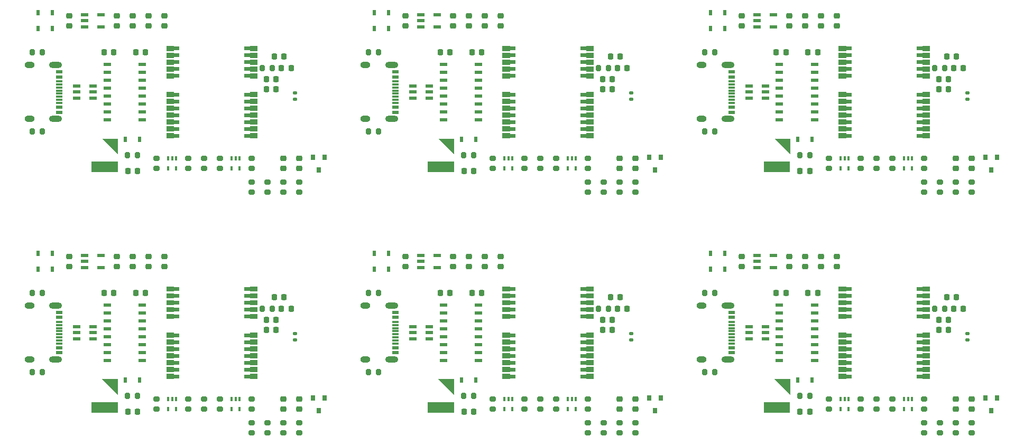
<source format=gtp>
%TF.GenerationSoftware,KiCad,Pcbnew,7.0.6*%
%TF.CreationDate,2024-01-05T19:18:27-07:00*%
%TF.ProjectId,SparkFun_NEO-F10N_panelized,53706172-6b46-4756-9e5f-4e454f2d4631,rev?*%
%TF.SameCoordinates,Original*%
%TF.FileFunction,Paste,Top*%
%TF.FilePolarity,Positive*%
%FSLAX46Y46*%
G04 Gerber Fmt 4.6, Leading zero omitted, Abs format (unit mm)*
G04 Created by KiCad (PCBNEW 7.0.6) date 2024-01-05 19:18:27*
%MOMM*%
%LPD*%
G01*
G04 APERTURE LIST*
G04 Aperture macros list*
%AMRoundRect*
0 Rectangle with rounded corners*
0 $1 Rounding radius*
0 $2 $3 $4 $5 $6 $7 $8 $9 X,Y pos of 4 corners*
0 Add a 4 corners polygon primitive as box body*
4,1,4,$2,$3,$4,$5,$6,$7,$8,$9,$2,$3,0*
0 Add four circle primitives for the rounded corners*
1,1,$1+$1,$2,$3*
1,1,$1+$1,$4,$5*
1,1,$1+$1,$6,$7*
1,1,$1+$1,$8,$9*
0 Add four rect primitives between the rounded corners*
20,1,$1+$1,$2,$3,$4,$5,0*
20,1,$1+$1,$4,$5,$6,$7,0*
20,1,$1+$1,$6,$7,$8,$9,0*
20,1,$1+$1,$8,$9,$2,$3,0*%
G04 Aperture macros list end*
%ADD10RoundRect,0.140000X0.170000X-0.140000X0.170000X0.140000X-0.170000X0.140000X-0.170000X-0.140000X0*%
%ADD11RoundRect,0.200000X-0.200000X-0.275000X0.200000X-0.275000X0.200000X0.275000X-0.200000X0.275000X0*%
%ADD12RoundRect,0.225000X-0.225000X-0.250000X0.225000X-0.250000X0.225000X0.250000X-0.225000X0.250000X0*%
%ADD13RoundRect,0.200000X-0.275000X0.200000X-0.275000X-0.200000X0.275000X-0.200000X0.275000X0.200000X0*%
%ADD14RoundRect,0.225000X0.225000X0.250000X-0.225000X0.250000X-0.225000X-0.250000X0.225000X-0.250000X0*%
%ADD15R,1.200000X0.550000*%
%ADD16RoundRect,0.225000X-0.250000X0.225000X-0.250000X-0.225000X0.250000X-0.225000X0.250000X0.225000X0*%
%ADD17R,0.300000X0.700000*%
%ADD18RoundRect,0.200000X0.200000X0.275000X-0.200000X0.275000X-0.200000X-0.275000X0.200000X-0.275000X0*%
%ADD19R,0.630000X0.830000*%
%ADD20RoundRect,0.225000X0.250000X-0.225000X0.250000X0.225000X-0.250000X0.225000X-0.250000X-0.225000X0*%
%ADD21R,1.200000X0.600000*%
%ADD22R,0.800000X0.900000*%
%ADD23RoundRect,0.200000X0.275000X-0.200000X0.275000X0.200000X-0.275000X0.200000X-0.275000X-0.200000X0*%
%ADD24RoundRect,0.218750X-0.256250X0.218750X-0.256250X-0.218750X0.256250X-0.218750X0.256250X0.218750X0*%
%ADD25R,1.000000X0.300000*%
%ADD26R,1.000000X0.600000*%
%ADD27O,1.600000X1.000000*%
%ADD28O,2.100000X1.000000*%
G04 APERTURE END LIST*
%TO.C,U3*%
G36*
X132060000Y64250000D02*
G01*
X130860000Y64250000D01*
X130860000Y65050000D01*
X132060000Y65050000D01*
X132060000Y64250000D01*
G37*
G36*
X132060000Y63150000D02*
G01*
X130860000Y63150000D01*
X130860000Y63950000D01*
X132060000Y63950000D01*
X132060000Y63150000D01*
G37*
G36*
X132060000Y62050000D02*
G01*
X130860000Y62050000D01*
X130860000Y62850000D01*
X132060000Y62850000D01*
X132060000Y62050000D01*
G37*
G36*
X132060000Y60950000D02*
G01*
X130860000Y60950000D01*
X130860000Y61750000D01*
X132060000Y61750000D01*
X132060000Y60950000D01*
G37*
G36*
X132060000Y59850000D02*
G01*
X130860000Y59850000D01*
X130860000Y60650000D01*
X132060000Y60650000D01*
X132060000Y59850000D01*
G37*
G36*
X132060000Y56850000D02*
G01*
X130860000Y56850000D01*
X130860000Y57650000D01*
X132060000Y57650000D01*
X132060000Y56850000D01*
G37*
G36*
X132060000Y55750000D02*
G01*
X130860000Y55750000D01*
X130860000Y56550000D01*
X132060000Y56550000D01*
X132060000Y55750000D01*
G37*
G36*
X132060000Y54650000D02*
G01*
X130860000Y54650000D01*
X130860000Y55450000D01*
X132060000Y55450000D01*
X132060000Y54650000D01*
G37*
G36*
X132060000Y53550000D02*
G01*
X130860000Y53550000D01*
X130860000Y54350000D01*
X132060000Y54350000D01*
X132060000Y53550000D01*
G37*
G36*
X132060000Y52450000D02*
G01*
X130860000Y52450000D01*
X130860000Y53250000D01*
X132060000Y53250000D01*
X132060000Y52450000D01*
G37*
G36*
X132060000Y51350000D02*
G01*
X130860000Y51350000D01*
X130860000Y52150000D01*
X132060000Y52150000D01*
X132060000Y51350000D01*
G37*
G36*
X132060000Y50250000D02*
G01*
X130860000Y50250000D01*
X130860000Y51050000D01*
X132060000Y51050000D01*
X132060000Y50250000D01*
G37*
G36*
X132960000Y64350000D02*
G01*
X132060000Y64350000D01*
X132060000Y64950000D01*
X132960000Y64950000D01*
X132960000Y64350000D01*
G37*
G36*
X132960000Y63250000D02*
G01*
X132060000Y63250000D01*
X132060000Y63850000D01*
X132960000Y63850000D01*
X132960000Y63250000D01*
G37*
G36*
X132960000Y62150000D02*
G01*
X132060000Y62150000D01*
X132060000Y62750000D01*
X132960000Y62750000D01*
X132960000Y62150000D01*
G37*
G36*
X132960000Y61050000D02*
G01*
X132060000Y61050000D01*
X132060000Y61650000D01*
X132960000Y61650000D01*
X132960000Y61050000D01*
G37*
G36*
X132960000Y59950000D02*
G01*
X132060000Y59950000D01*
X132060000Y60550000D01*
X132960000Y60550000D01*
X132960000Y59950000D01*
G37*
G36*
X132960000Y56950000D02*
G01*
X132060000Y56950000D01*
X132060000Y57550000D01*
X132960000Y57550000D01*
X132960000Y56950000D01*
G37*
G36*
X132960000Y55850000D02*
G01*
X132060000Y55850000D01*
X132060000Y56450000D01*
X132960000Y56450000D01*
X132960000Y55850000D01*
G37*
G36*
X132960000Y54750000D02*
G01*
X132060000Y54750000D01*
X132060000Y55350000D01*
X132960000Y55350000D01*
X132960000Y54750000D01*
G37*
G36*
X132960000Y53650000D02*
G01*
X132060000Y53650000D01*
X132060000Y54250000D01*
X132960000Y54250000D01*
X132960000Y53650000D01*
G37*
G36*
X132960000Y52550000D02*
G01*
X132060000Y52550000D01*
X132060000Y53150000D01*
X132960000Y53150000D01*
X132960000Y52550000D01*
G37*
G36*
X132960000Y51450000D02*
G01*
X132060000Y51450000D01*
X132060000Y52050000D01*
X132960000Y52050000D01*
X132960000Y51450000D01*
G37*
G36*
X132960000Y50350000D02*
G01*
X132060000Y50350000D01*
X132060000Y50950000D01*
X132960000Y50950000D01*
X132960000Y50350000D01*
G37*
G36*
X144260000Y64350000D02*
G01*
X143360000Y64350000D01*
X143360000Y64950000D01*
X144260000Y64950000D01*
X144260000Y64350000D01*
G37*
G36*
X144260000Y63250000D02*
G01*
X143360000Y63250000D01*
X143360000Y63850000D01*
X144260000Y63850000D01*
X144260000Y63250000D01*
G37*
G36*
X144260000Y62150000D02*
G01*
X143360000Y62150000D01*
X143360000Y62750000D01*
X144260000Y62750000D01*
X144260000Y62150000D01*
G37*
G36*
X144260000Y61050000D02*
G01*
X143360000Y61050000D01*
X143360000Y61650000D01*
X144260000Y61650000D01*
X144260000Y61050000D01*
G37*
G36*
X144260000Y59950000D02*
G01*
X143360000Y59950000D01*
X143360000Y60550000D01*
X144260000Y60550000D01*
X144260000Y59950000D01*
G37*
G36*
X144260000Y56950000D02*
G01*
X143360000Y56950000D01*
X143360000Y57550000D01*
X144260000Y57550000D01*
X144260000Y56950000D01*
G37*
G36*
X144260000Y55850000D02*
G01*
X143360000Y55850000D01*
X143360000Y56450000D01*
X144260000Y56450000D01*
X144260000Y55850000D01*
G37*
G36*
X144260000Y54750000D02*
G01*
X143360000Y54750000D01*
X143360000Y55350000D01*
X144260000Y55350000D01*
X144260000Y54750000D01*
G37*
G36*
X144260000Y53650000D02*
G01*
X143360000Y53650000D01*
X143360000Y54250000D01*
X144260000Y54250000D01*
X144260000Y53650000D01*
G37*
G36*
X144260000Y52550000D02*
G01*
X143360000Y52550000D01*
X143360000Y53150000D01*
X144260000Y53150000D01*
X144260000Y52550000D01*
G37*
G36*
X144260000Y51450000D02*
G01*
X143360000Y51450000D01*
X143360000Y52050000D01*
X144260000Y52050000D01*
X144260000Y51450000D01*
G37*
G36*
X144260000Y50350000D02*
G01*
X143360000Y50350000D01*
X143360000Y50950000D01*
X144260000Y50950000D01*
X144260000Y50350000D01*
G37*
G36*
X145460000Y64250000D02*
G01*
X144260000Y64250000D01*
X144260000Y65050000D01*
X145460000Y65050000D01*
X145460000Y64250000D01*
G37*
G36*
X145460000Y63150000D02*
G01*
X144260000Y63150000D01*
X144260000Y63950000D01*
X145460000Y63950000D01*
X145460000Y63150000D01*
G37*
G36*
X145460000Y62050000D02*
G01*
X144260000Y62050000D01*
X144260000Y62850000D01*
X145460000Y62850000D01*
X145460000Y62050000D01*
G37*
G36*
X145460000Y60950000D02*
G01*
X144260000Y60950000D01*
X144260000Y61750000D01*
X145460000Y61750000D01*
X145460000Y60950000D01*
G37*
G36*
X145460000Y59850000D02*
G01*
X144260000Y59850000D01*
X144260000Y60650000D01*
X145460000Y60650000D01*
X145460000Y59850000D01*
G37*
G36*
X145460000Y56850000D02*
G01*
X144260000Y56850000D01*
X144260000Y57650000D01*
X145460000Y57650000D01*
X145460000Y56850000D01*
G37*
G36*
X145460000Y55750000D02*
G01*
X144260000Y55750000D01*
X144260000Y56550000D01*
X145460000Y56550000D01*
X145460000Y55750000D01*
G37*
G36*
X145460000Y54650000D02*
G01*
X144260000Y54650000D01*
X144260000Y55450000D01*
X145460000Y55450000D01*
X145460000Y54650000D01*
G37*
G36*
X145460000Y53550000D02*
G01*
X144260000Y53550000D01*
X144260000Y54350000D01*
X145460000Y54350000D01*
X145460000Y53550000D01*
G37*
G36*
X145460000Y52450000D02*
G01*
X144260000Y52450000D01*
X144260000Y53250000D01*
X145460000Y53250000D01*
X145460000Y52450000D01*
G37*
G36*
X145460000Y51350000D02*
G01*
X144260000Y51350000D01*
X144260000Y52150000D01*
X145460000Y52150000D01*
X145460000Y51350000D01*
G37*
G36*
X145460000Y50250000D02*
G01*
X144260000Y50250000D01*
X144260000Y51050000D01*
X145460000Y51050000D01*
X145460000Y50250000D01*
G37*
G36*
X132060000Y25650000D02*
G01*
X130860000Y25650000D01*
X130860000Y26450000D01*
X132060000Y26450000D01*
X132060000Y25650000D01*
G37*
G36*
X132060000Y24550000D02*
G01*
X130860000Y24550000D01*
X130860000Y25350000D01*
X132060000Y25350000D01*
X132060000Y24550000D01*
G37*
G36*
X132060000Y23450000D02*
G01*
X130860000Y23450000D01*
X130860000Y24250000D01*
X132060000Y24250000D01*
X132060000Y23450000D01*
G37*
G36*
X132060000Y22350000D02*
G01*
X130860000Y22350000D01*
X130860000Y23150000D01*
X132060000Y23150000D01*
X132060000Y22350000D01*
G37*
G36*
X132060000Y21250000D02*
G01*
X130860000Y21250000D01*
X130860000Y22050000D01*
X132060000Y22050000D01*
X132060000Y21250000D01*
G37*
G36*
X132060000Y18250000D02*
G01*
X130860000Y18250000D01*
X130860000Y19050000D01*
X132060000Y19050000D01*
X132060000Y18250000D01*
G37*
G36*
X132060000Y17150000D02*
G01*
X130860000Y17150000D01*
X130860000Y17950000D01*
X132060000Y17950000D01*
X132060000Y17150000D01*
G37*
G36*
X132060000Y16050000D02*
G01*
X130860000Y16050000D01*
X130860000Y16850000D01*
X132060000Y16850000D01*
X132060000Y16050000D01*
G37*
G36*
X132060000Y14950000D02*
G01*
X130860000Y14950000D01*
X130860000Y15750000D01*
X132060000Y15750000D01*
X132060000Y14950000D01*
G37*
G36*
X132060000Y13850000D02*
G01*
X130860000Y13850000D01*
X130860000Y14650000D01*
X132060000Y14650000D01*
X132060000Y13850000D01*
G37*
G36*
X132060000Y12750000D02*
G01*
X130860000Y12750000D01*
X130860000Y13550000D01*
X132060000Y13550000D01*
X132060000Y12750000D01*
G37*
G36*
X132060000Y11650000D02*
G01*
X130860000Y11650000D01*
X130860000Y12450000D01*
X132060000Y12450000D01*
X132060000Y11650000D01*
G37*
G36*
X132960000Y25750000D02*
G01*
X132060000Y25750000D01*
X132060000Y26350000D01*
X132960000Y26350000D01*
X132960000Y25750000D01*
G37*
G36*
X132960000Y24650000D02*
G01*
X132060000Y24650000D01*
X132060000Y25250000D01*
X132960000Y25250000D01*
X132960000Y24650000D01*
G37*
G36*
X132960000Y23550000D02*
G01*
X132060000Y23550000D01*
X132060000Y24150000D01*
X132960000Y24150000D01*
X132960000Y23550000D01*
G37*
G36*
X132960000Y22450000D02*
G01*
X132060000Y22450000D01*
X132060000Y23050000D01*
X132960000Y23050000D01*
X132960000Y22450000D01*
G37*
G36*
X132960000Y21350000D02*
G01*
X132060000Y21350000D01*
X132060000Y21950000D01*
X132960000Y21950000D01*
X132960000Y21350000D01*
G37*
G36*
X132960000Y18350000D02*
G01*
X132060000Y18350000D01*
X132060000Y18950000D01*
X132960000Y18950000D01*
X132960000Y18350000D01*
G37*
G36*
X132960000Y17250000D02*
G01*
X132060000Y17250000D01*
X132060000Y17850000D01*
X132960000Y17850000D01*
X132960000Y17250000D01*
G37*
G36*
X132960000Y16150000D02*
G01*
X132060000Y16150000D01*
X132060000Y16750000D01*
X132960000Y16750000D01*
X132960000Y16150000D01*
G37*
G36*
X132960000Y15050000D02*
G01*
X132060000Y15050000D01*
X132060000Y15650000D01*
X132960000Y15650000D01*
X132960000Y15050000D01*
G37*
G36*
X132960000Y13950000D02*
G01*
X132060000Y13950000D01*
X132060000Y14550000D01*
X132960000Y14550000D01*
X132960000Y13950000D01*
G37*
G36*
X132960000Y12850000D02*
G01*
X132060000Y12850000D01*
X132060000Y13450000D01*
X132960000Y13450000D01*
X132960000Y12850000D01*
G37*
G36*
X132960000Y11750000D02*
G01*
X132060000Y11750000D01*
X132060000Y12350000D01*
X132960000Y12350000D01*
X132960000Y11750000D01*
G37*
G36*
X144260000Y25750000D02*
G01*
X143360000Y25750000D01*
X143360000Y26350000D01*
X144260000Y26350000D01*
X144260000Y25750000D01*
G37*
G36*
X144260000Y24650000D02*
G01*
X143360000Y24650000D01*
X143360000Y25250000D01*
X144260000Y25250000D01*
X144260000Y24650000D01*
G37*
G36*
X144260000Y23550000D02*
G01*
X143360000Y23550000D01*
X143360000Y24150000D01*
X144260000Y24150000D01*
X144260000Y23550000D01*
G37*
G36*
X144260000Y22450000D02*
G01*
X143360000Y22450000D01*
X143360000Y23050000D01*
X144260000Y23050000D01*
X144260000Y22450000D01*
G37*
G36*
X144260000Y21350000D02*
G01*
X143360000Y21350000D01*
X143360000Y21950000D01*
X144260000Y21950000D01*
X144260000Y21350000D01*
G37*
G36*
X144260000Y18350000D02*
G01*
X143360000Y18350000D01*
X143360000Y18950000D01*
X144260000Y18950000D01*
X144260000Y18350000D01*
G37*
G36*
X144260000Y17250000D02*
G01*
X143360000Y17250000D01*
X143360000Y17850000D01*
X144260000Y17850000D01*
X144260000Y17250000D01*
G37*
G36*
X144260000Y16150000D02*
G01*
X143360000Y16150000D01*
X143360000Y16750000D01*
X144260000Y16750000D01*
X144260000Y16150000D01*
G37*
G36*
X144260000Y15050000D02*
G01*
X143360000Y15050000D01*
X143360000Y15650000D01*
X144260000Y15650000D01*
X144260000Y15050000D01*
G37*
G36*
X144260000Y13950000D02*
G01*
X143360000Y13950000D01*
X143360000Y14550000D01*
X144260000Y14550000D01*
X144260000Y13950000D01*
G37*
G36*
X144260000Y12850000D02*
G01*
X143360000Y12850000D01*
X143360000Y13450000D01*
X144260000Y13450000D01*
X144260000Y12850000D01*
G37*
G36*
X144260000Y11750000D02*
G01*
X143360000Y11750000D01*
X143360000Y12350000D01*
X144260000Y12350000D01*
X144260000Y11750000D01*
G37*
G36*
X145460000Y25650000D02*
G01*
X144260000Y25650000D01*
X144260000Y26450000D01*
X145460000Y26450000D01*
X145460000Y25650000D01*
G37*
G36*
X145460000Y24550000D02*
G01*
X144260000Y24550000D01*
X144260000Y25350000D01*
X145460000Y25350000D01*
X145460000Y24550000D01*
G37*
G36*
X145460000Y23450000D02*
G01*
X144260000Y23450000D01*
X144260000Y24250000D01*
X145460000Y24250000D01*
X145460000Y23450000D01*
G37*
G36*
X145460000Y22350000D02*
G01*
X144260000Y22350000D01*
X144260000Y23150000D01*
X145460000Y23150000D01*
X145460000Y22350000D01*
G37*
G36*
X145460000Y21250000D02*
G01*
X144260000Y21250000D01*
X144260000Y22050000D01*
X145460000Y22050000D01*
X145460000Y21250000D01*
G37*
G36*
X145460000Y18250000D02*
G01*
X144260000Y18250000D01*
X144260000Y19050000D01*
X145460000Y19050000D01*
X145460000Y18250000D01*
G37*
G36*
X145460000Y17150000D02*
G01*
X144260000Y17150000D01*
X144260000Y17950000D01*
X145460000Y17950000D01*
X145460000Y17150000D01*
G37*
G36*
X145460000Y16050000D02*
G01*
X144260000Y16050000D01*
X144260000Y16850000D01*
X145460000Y16850000D01*
X145460000Y16050000D01*
G37*
G36*
X145460000Y14950000D02*
G01*
X144260000Y14950000D01*
X144260000Y15750000D01*
X145460000Y15750000D01*
X145460000Y14950000D01*
G37*
G36*
X145460000Y13850000D02*
G01*
X144260000Y13850000D01*
X144260000Y14650000D01*
X145460000Y14650000D01*
X145460000Y13850000D01*
G37*
G36*
X145460000Y12750000D02*
G01*
X144260000Y12750000D01*
X144260000Y13550000D01*
X145460000Y13550000D01*
X145460000Y12750000D01*
G37*
G36*
X145460000Y11650000D02*
G01*
X144260000Y11650000D01*
X144260000Y12450000D01*
X145460000Y12450000D01*
X145460000Y11650000D01*
G37*
G36*
X78220000Y64250000D02*
G01*
X77020000Y64250000D01*
X77020000Y65050000D01*
X78220000Y65050000D01*
X78220000Y64250000D01*
G37*
G36*
X78220000Y63150000D02*
G01*
X77020000Y63150000D01*
X77020000Y63950000D01*
X78220000Y63950000D01*
X78220000Y63150000D01*
G37*
G36*
X78220000Y62050000D02*
G01*
X77020000Y62050000D01*
X77020000Y62850000D01*
X78220000Y62850000D01*
X78220000Y62050000D01*
G37*
G36*
X78220000Y60950000D02*
G01*
X77020000Y60950000D01*
X77020000Y61750000D01*
X78220000Y61750000D01*
X78220000Y60950000D01*
G37*
G36*
X78220000Y59850000D02*
G01*
X77020000Y59850000D01*
X77020000Y60650000D01*
X78220000Y60650000D01*
X78220000Y59850000D01*
G37*
G36*
X78220000Y56850000D02*
G01*
X77020000Y56850000D01*
X77020000Y57650000D01*
X78220000Y57650000D01*
X78220000Y56850000D01*
G37*
G36*
X78220000Y55750000D02*
G01*
X77020000Y55750000D01*
X77020000Y56550000D01*
X78220000Y56550000D01*
X78220000Y55750000D01*
G37*
G36*
X78220000Y54650000D02*
G01*
X77020000Y54650000D01*
X77020000Y55450000D01*
X78220000Y55450000D01*
X78220000Y54650000D01*
G37*
G36*
X78220000Y53550000D02*
G01*
X77020000Y53550000D01*
X77020000Y54350000D01*
X78220000Y54350000D01*
X78220000Y53550000D01*
G37*
G36*
X78220000Y52450000D02*
G01*
X77020000Y52450000D01*
X77020000Y53250000D01*
X78220000Y53250000D01*
X78220000Y52450000D01*
G37*
G36*
X78220000Y51350000D02*
G01*
X77020000Y51350000D01*
X77020000Y52150000D01*
X78220000Y52150000D01*
X78220000Y51350000D01*
G37*
G36*
X78220000Y50250000D02*
G01*
X77020000Y50250000D01*
X77020000Y51050000D01*
X78220000Y51050000D01*
X78220000Y50250000D01*
G37*
G36*
X79120000Y64350000D02*
G01*
X78220000Y64350000D01*
X78220000Y64950000D01*
X79120000Y64950000D01*
X79120000Y64350000D01*
G37*
G36*
X79120000Y63250000D02*
G01*
X78220000Y63250000D01*
X78220000Y63850000D01*
X79120000Y63850000D01*
X79120000Y63250000D01*
G37*
G36*
X79120000Y62150000D02*
G01*
X78220000Y62150000D01*
X78220000Y62750000D01*
X79120000Y62750000D01*
X79120000Y62150000D01*
G37*
G36*
X79120000Y61050000D02*
G01*
X78220000Y61050000D01*
X78220000Y61650000D01*
X79120000Y61650000D01*
X79120000Y61050000D01*
G37*
G36*
X79120000Y59950000D02*
G01*
X78220000Y59950000D01*
X78220000Y60550000D01*
X79120000Y60550000D01*
X79120000Y59950000D01*
G37*
G36*
X79120000Y56950000D02*
G01*
X78220000Y56950000D01*
X78220000Y57550000D01*
X79120000Y57550000D01*
X79120000Y56950000D01*
G37*
G36*
X79120000Y55850000D02*
G01*
X78220000Y55850000D01*
X78220000Y56450000D01*
X79120000Y56450000D01*
X79120000Y55850000D01*
G37*
G36*
X79120000Y54750000D02*
G01*
X78220000Y54750000D01*
X78220000Y55350000D01*
X79120000Y55350000D01*
X79120000Y54750000D01*
G37*
G36*
X79120000Y53650000D02*
G01*
X78220000Y53650000D01*
X78220000Y54250000D01*
X79120000Y54250000D01*
X79120000Y53650000D01*
G37*
G36*
X79120000Y52550000D02*
G01*
X78220000Y52550000D01*
X78220000Y53150000D01*
X79120000Y53150000D01*
X79120000Y52550000D01*
G37*
G36*
X79120000Y51450000D02*
G01*
X78220000Y51450000D01*
X78220000Y52050000D01*
X79120000Y52050000D01*
X79120000Y51450000D01*
G37*
G36*
X79120000Y50350000D02*
G01*
X78220000Y50350000D01*
X78220000Y50950000D01*
X79120000Y50950000D01*
X79120000Y50350000D01*
G37*
G36*
X90420000Y64350000D02*
G01*
X89520000Y64350000D01*
X89520000Y64950000D01*
X90420000Y64950000D01*
X90420000Y64350000D01*
G37*
G36*
X90420000Y63250000D02*
G01*
X89520000Y63250000D01*
X89520000Y63850000D01*
X90420000Y63850000D01*
X90420000Y63250000D01*
G37*
G36*
X90420000Y62150000D02*
G01*
X89520000Y62150000D01*
X89520000Y62750000D01*
X90420000Y62750000D01*
X90420000Y62150000D01*
G37*
G36*
X90420000Y61050000D02*
G01*
X89520000Y61050000D01*
X89520000Y61650000D01*
X90420000Y61650000D01*
X90420000Y61050000D01*
G37*
G36*
X90420000Y59950000D02*
G01*
X89520000Y59950000D01*
X89520000Y60550000D01*
X90420000Y60550000D01*
X90420000Y59950000D01*
G37*
G36*
X90420000Y56950000D02*
G01*
X89520000Y56950000D01*
X89520000Y57550000D01*
X90420000Y57550000D01*
X90420000Y56950000D01*
G37*
G36*
X90420000Y55850000D02*
G01*
X89520000Y55850000D01*
X89520000Y56450000D01*
X90420000Y56450000D01*
X90420000Y55850000D01*
G37*
G36*
X90420000Y54750000D02*
G01*
X89520000Y54750000D01*
X89520000Y55350000D01*
X90420000Y55350000D01*
X90420000Y54750000D01*
G37*
G36*
X90420000Y53650000D02*
G01*
X89520000Y53650000D01*
X89520000Y54250000D01*
X90420000Y54250000D01*
X90420000Y53650000D01*
G37*
G36*
X90420000Y52550000D02*
G01*
X89520000Y52550000D01*
X89520000Y53150000D01*
X90420000Y53150000D01*
X90420000Y52550000D01*
G37*
G36*
X90420000Y51450000D02*
G01*
X89520000Y51450000D01*
X89520000Y52050000D01*
X90420000Y52050000D01*
X90420000Y51450000D01*
G37*
G36*
X90420000Y50350000D02*
G01*
X89520000Y50350000D01*
X89520000Y50950000D01*
X90420000Y50950000D01*
X90420000Y50350000D01*
G37*
G36*
X91620000Y64250000D02*
G01*
X90420000Y64250000D01*
X90420000Y65050000D01*
X91620000Y65050000D01*
X91620000Y64250000D01*
G37*
G36*
X91620000Y63150000D02*
G01*
X90420000Y63150000D01*
X90420000Y63950000D01*
X91620000Y63950000D01*
X91620000Y63150000D01*
G37*
G36*
X91620000Y62050000D02*
G01*
X90420000Y62050000D01*
X90420000Y62850000D01*
X91620000Y62850000D01*
X91620000Y62050000D01*
G37*
G36*
X91620000Y60950000D02*
G01*
X90420000Y60950000D01*
X90420000Y61750000D01*
X91620000Y61750000D01*
X91620000Y60950000D01*
G37*
G36*
X91620000Y59850000D02*
G01*
X90420000Y59850000D01*
X90420000Y60650000D01*
X91620000Y60650000D01*
X91620000Y59850000D01*
G37*
G36*
X91620000Y56850000D02*
G01*
X90420000Y56850000D01*
X90420000Y57650000D01*
X91620000Y57650000D01*
X91620000Y56850000D01*
G37*
G36*
X91620000Y55750000D02*
G01*
X90420000Y55750000D01*
X90420000Y56550000D01*
X91620000Y56550000D01*
X91620000Y55750000D01*
G37*
G36*
X91620000Y54650000D02*
G01*
X90420000Y54650000D01*
X90420000Y55450000D01*
X91620000Y55450000D01*
X91620000Y54650000D01*
G37*
G36*
X91620000Y53550000D02*
G01*
X90420000Y53550000D01*
X90420000Y54350000D01*
X91620000Y54350000D01*
X91620000Y53550000D01*
G37*
G36*
X91620000Y52450000D02*
G01*
X90420000Y52450000D01*
X90420000Y53250000D01*
X91620000Y53250000D01*
X91620000Y52450000D01*
G37*
G36*
X91620000Y51350000D02*
G01*
X90420000Y51350000D01*
X90420000Y52150000D01*
X91620000Y52150000D01*
X91620000Y51350000D01*
G37*
G36*
X91620000Y50250000D02*
G01*
X90420000Y50250000D01*
X90420000Y51050000D01*
X91620000Y51050000D01*
X91620000Y50250000D01*
G37*
G36*
X78220000Y25650000D02*
G01*
X77020000Y25650000D01*
X77020000Y26450000D01*
X78220000Y26450000D01*
X78220000Y25650000D01*
G37*
G36*
X78220000Y24550000D02*
G01*
X77020000Y24550000D01*
X77020000Y25350000D01*
X78220000Y25350000D01*
X78220000Y24550000D01*
G37*
G36*
X78220000Y23450000D02*
G01*
X77020000Y23450000D01*
X77020000Y24250000D01*
X78220000Y24250000D01*
X78220000Y23450000D01*
G37*
G36*
X78220000Y22350000D02*
G01*
X77020000Y22350000D01*
X77020000Y23150000D01*
X78220000Y23150000D01*
X78220000Y22350000D01*
G37*
G36*
X78220000Y21250000D02*
G01*
X77020000Y21250000D01*
X77020000Y22050000D01*
X78220000Y22050000D01*
X78220000Y21250000D01*
G37*
G36*
X78220000Y18250000D02*
G01*
X77020000Y18250000D01*
X77020000Y19050000D01*
X78220000Y19050000D01*
X78220000Y18250000D01*
G37*
G36*
X78220000Y17150000D02*
G01*
X77020000Y17150000D01*
X77020000Y17950000D01*
X78220000Y17950000D01*
X78220000Y17150000D01*
G37*
G36*
X78220000Y16050000D02*
G01*
X77020000Y16050000D01*
X77020000Y16850000D01*
X78220000Y16850000D01*
X78220000Y16050000D01*
G37*
G36*
X78220000Y14950000D02*
G01*
X77020000Y14950000D01*
X77020000Y15750000D01*
X78220000Y15750000D01*
X78220000Y14950000D01*
G37*
G36*
X78220000Y13850000D02*
G01*
X77020000Y13850000D01*
X77020000Y14650000D01*
X78220000Y14650000D01*
X78220000Y13850000D01*
G37*
G36*
X78220000Y12750000D02*
G01*
X77020000Y12750000D01*
X77020000Y13550000D01*
X78220000Y13550000D01*
X78220000Y12750000D01*
G37*
G36*
X78220000Y11650000D02*
G01*
X77020000Y11650000D01*
X77020000Y12450000D01*
X78220000Y12450000D01*
X78220000Y11650000D01*
G37*
G36*
X79120000Y25750000D02*
G01*
X78220000Y25750000D01*
X78220000Y26350000D01*
X79120000Y26350000D01*
X79120000Y25750000D01*
G37*
G36*
X79120000Y24650000D02*
G01*
X78220000Y24650000D01*
X78220000Y25250000D01*
X79120000Y25250000D01*
X79120000Y24650000D01*
G37*
G36*
X79120000Y23550000D02*
G01*
X78220000Y23550000D01*
X78220000Y24150000D01*
X79120000Y24150000D01*
X79120000Y23550000D01*
G37*
G36*
X79120000Y22450000D02*
G01*
X78220000Y22450000D01*
X78220000Y23050000D01*
X79120000Y23050000D01*
X79120000Y22450000D01*
G37*
G36*
X79120000Y21350000D02*
G01*
X78220000Y21350000D01*
X78220000Y21950000D01*
X79120000Y21950000D01*
X79120000Y21350000D01*
G37*
G36*
X79120000Y18350000D02*
G01*
X78220000Y18350000D01*
X78220000Y18950000D01*
X79120000Y18950000D01*
X79120000Y18350000D01*
G37*
G36*
X79120000Y17250000D02*
G01*
X78220000Y17250000D01*
X78220000Y17850000D01*
X79120000Y17850000D01*
X79120000Y17250000D01*
G37*
G36*
X79120000Y16150000D02*
G01*
X78220000Y16150000D01*
X78220000Y16750000D01*
X79120000Y16750000D01*
X79120000Y16150000D01*
G37*
G36*
X79120000Y15050000D02*
G01*
X78220000Y15050000D01*
X78220000Y15650000D01*
X79120000Y15650000D01*
X79120000Y15050000D01*
G37*
G36*
X79120000Y13950000D02*
G01*
X78220000Y13950000D01*
X78220000Y14550000D01*
X79120000Y14550000D01*
X79120000Y13950000D01*
G37*
G36*
X79120000Y12850000D02*
G01*
X78220000Y12850000D01*
X78220000Y13450000D01*
X79120000Y13450000D01*
X79120000Y12850000D01*
G37*
G36*
X79120000Y11750000D02*
G01*
X78220000Y11750000D01*
X78220000Y12350000D01*
X79120000Y12350000D01*
X79120000Y11750000D01*
G37*
G36*
X90420000Y25750000D02*
G01*
X89520000Y25750000D01*
X89520000Y26350000D01*
X90420000Y26350000D01*
X90420000Y25750000D01*
G37*
G36*
X90420000Y24650000D02*
G01*
X89520000Y24650000D01*
X89520000Y25250000D01*
X90420000Y25250000D01*
X90420000Y24650000D01*
G37*
G36*
X90420000Y23550000D02*
G01*
X89520000Y23550000D01*
X89520000Y24150000D01*
X90420000Y24150000D01*
X90420000Y23550000D01*
G37*
G36*
X90420000Y22450000D02*
G01*
X89520000Y22450000D01*
X89520000Y23050000D01*
X90420000Y23050000D01*
X90420000Y22450000D01*
G37*
G36*
X90420000Y21350000D02*
G01*
X89520000Y21350000D01*
X89520000Y21950000D01*
X90420000Y21950000D01*
X90420000Y21350000D01*
G37*
G36*
X90420000Y18350000D02*
G01*
X89520000Y18350000D01*
X89520000Y18950000D01*
X90420000Y18950000D01*
X90420000Y18350000D01*
G37*
G36*
X90420000Y17250000D02*
G01*
X89520000Y17250000D01*
X89520000Y17850000D01*
X90420000Y17850000D01*
X90420000Y17250000D01*
G37*
G36*
X90420000Y16150000D02*
G01*
X89520000Y16150000D01*
X89520000Y16750000D01*
X90420000Y16750000D01*
X90420000Y16150000D01*
G37*
G36*
X90420000Y15050000D02*
G01*
X89520000Y15050000D01*
X89520000Y15650000D01*
X90420000Y15650000D01*
X90420000Y15050000D01*
G37*
G36*
X90420000Y13950000D02*
G01*
X89520000Y13950000D01*
X89520000Y14550000D01*
X90420000Y14550000D01*
X90420000Y13950000D01*
G37*
G36*
X90420000Y12850000D02*
G01*
X89520000Y12850000D01*
X89520000Y13450000D01*
X90420000Y13450000D01*
X90420000Y12850000D01*
G37*
G36*
X90420000Y11750000D02*
G01*
X89520000Y11750000D01*
X89520000Y12350000D01*
X90420000Y12350000D01*
X90420000Y11750000D01*
G37*
G36*
X91620000Y25650000D02*
G01*
X90420000Y25650000D01*
X90420000Y26450000D01*
X91620000Y26450000D01*
X91620000Y25650000D01*
G37*
G36*
X91620000Y24550000D02*
G01*
X90420000Y24550000D01*
X90420000Y25350000D01*
X91620000Y25350000D01*
X91620000Y24550000D01*
G37*
G36*
X91620000Y23450000D02*
G01*
X90420000Y23450000D01*
X90420000Y24250000D01*
X91620000Y24250000D01*
X91620000Y23450000D01*
G37*
G36*
X91620000Y22350000D02*
G01*
X90420000Y22350000D01*
X90420000Y23150000D01*
X91620000Y23150000D01*
X91620000Y22350000D01*
G37*
G36*
X91620000Y21250000D02*
G01*
X90420000Y21250000D01*
X90420000Y22050000D01*
X91620000Y22050000D01*
X91620000Y21250000D01*
G37*
G36*
X91620000Y18250000D02*
G01*
X90420000Y18250000D01*
X90420000Y19050000D01*
X91620000Y19050000D01*
X91620000Y18250000D01*
G37*
G36*
X91620000Y17150000D02*
G01*
X90420000Y17150000D01*
X90420000Y17950000D01*
X91620000Y17950000D01*
X91620000Y17150000D01*
G37*
G36*
X91620000Y16050000D02*
G01*
X90420000Y16050000D01*
X90420000Y16850000D01*
X91620000Y16850000D01*
X91620000Y16050000D01*
G37*
G36*
X91620000Y14950000D02*
G01*
X90420000Y14950000D01*
X90420000Y15750000D01*
X91620000Y15750000D01*
X91620000Y14950000D01*
G37*
G36*
X91620000Y13850000D02*
G01*
X90420000Y13850000D01*
X90420000Y14650000D01*
X91620000Y14650000D01*
X91620000Y13850000D01*
G37*
G36*
X91620000Y12750000D02*
G01*
X90420000Y12750000D01*
X90420000Y13550000D01*
X91620000Y13550000D01*
X91620000Y12750000D01*
G37*
G36*
X91620000Y11650000D02*
G01*
X90420000Y11650000D01*
X90420000Y12450000D01*
X91620000Y12450000D01*
X91620000Y11650000D01*
G37*
G36*
X24380000Y64250000D02*
G01*
X23180000Y64250000D01*
X23180000Y65050000D01*
X24380000Y65050000D01*
X24380000Y64250000D01*
G37*
G36*
X24380000Y63150000D02*
G01*
X23180000Y63150000D01*
X23180000Y63950000D01*
X24380000Y63950000D01*
X24380000Y63150000D01*
G37*
G36*
X24380000Y62050000D02*
G01*
X23180000Y62050000D01*
X23180000Y62850000D01*
X24380000Y62850000D01*
X24380000Y62050000D01*
G37*
G36*
X24380000Y60950000D02*
G01*
X23180000Y60950000D01*
X23180000Y61750000D01*
X24380000Y61750000D01*
X24380000Y60950000D01*
G37*
G36*
X24380000Y59850000D02*
G01*
X23180000Y59850000D01*
X23180000Y60650000D01*
X24380000Y60650000D01*
X24380000Y59850000D01*
G37*
G36*
X24380000Y56850000D02*
G01*
X23180000Y56850000D01*
X23180000Y57650000D01*
X24380000Y57650000D01*
X24380000Y56850000D01*
G37*
G36*
X24380000Y55750000D02*
G01*
X23180000Y55750000D01*
X23180000Y56550000D01*
X24380000Y56550000D01*
X24380000Y55750000D01*
G37*
G36*
X24380000Y54650000D02*
G01*
X23180000Y54650000D01*
X23180000Y55450000D01*
X24380000Y55450000D01*
X24380000Y54650000D01*
G37*
G36*
X24380000Y53550000D02*
G01*
X23180000Y53550000D01*
X23180000Y54350000D01*
X24380000Y54350000D01*
X24380000Y53550000D01*
G37*
G36*
X24380000Y52450000D02*
G01*
X23180000Y52450000D01*
X23180000Y53250000D01*
X24380000Y53250000D01*
X24380000Y52450000D01*
G37*
G36*
X24380000Y51350000D02*
G01*
X23180000Y51350000D01*
X23180000Y52150000D01*
X24380000Y52150000D01*
X24380000Y51350000D01*
G37*
G36*
X24380000Y50250000D02*
G01*
X23180000Y50250000D01*
X23180000Y51050000D01*
X24380000Y51050000D01*
X24380000Y50250000D01*
G37*
G36*
X25280000Y64350000D02*
G01*
X24380000Y64350000D01*
X24380000Y64950000D01*
X25280000Y64950000D01*
X25280000Y64350000D01*
G37*
G36*
X25280000Y63250000D02*
G01*
X24380000Y63250000D01*
X24380000Y63850000D01*
X25280000Y63850000D01*
X25280000Y63250000D01*
G37*
G36*
X25280000Y62150000D02*
G01*
X24380000Y62150000D01*
X24380000Y62750000D01*
X25280000Y62750000D01*
X25280000Y62150000D01*
G37*
G36*
X25280000Y61050000D02*
G01*
X24380000Y61050000D01*
X24380000Y61650000D01*
X25280000Y61650000D01*
X25280000Y61050000D01*
G37*
G36*
X25280000Y59950000D02*
G01*
X24380000Y59950000D01*
X24380000Y60550000D01*
X25280000Y60550000D01*
X25280000Y59950000D01*
G37*
G36*
X25280000Y56950000D02*
G01*
X24380000Y56950000D01*
X24380000Y57550000D01*
X25280000Y57550000D01*
X25280000Y56950000D01*
G37*
G36*
X25280000Y55850000D02*
G01*
X24380000Y55850000D01*
X24380000Y56450000D01*
X25280000Y56450000D01*
X25280000Y55850000D01*
G37*
G36*
X25280000Y54750000D02*
G01*
X24380000Y54750000D01*
X24380000Y55350000D01*
X25280000Y55350000D01*
X25280000Y54750000D01*
G37*
G36*
X25280000Y53650000D02*
G01*
X24380000Y53650000D01*
X24380000Y54250000D01*
X25280000Y54250000D01*
X25280000Y53650000D01*
G37*
G36*
X25280000Y52550000D02*
G01*
X24380000Y52550000D01*
X24380000Y53150000D01*
X25280000Y53150000D01*
X25280000Y52550000D01*
G37*
G36*
X25280000Y51450000D02*
G01*
X24380000Y51450000D01*
X24380000Y52050000D01*
X25280000Y52050000D01*
X25280000Y51450000D01*
G37*
G36*
X25280000Y50350000D02*
G01*
X24380000Y50350000D01*
X24380000Y50950000D01*
X25280000Y50950000D01*
X25280000Y50350000D01*
G37*
G36*
X36580000Y64350000D02*
G01*
X35680000Y64350000D01*
X35680000Y64950000D01*
X36580000Y64950000D01*
X36580000Y64350000D01*
G37*
G36*
X36580000Y63250000D02*
G01*
X35680000Y63250000D01*
X35680000Y63850000D01*
X36580000Y63850000D01*
X36580000Y63250000D01*
G37*
G36*
X36580000Y62150000D02*
G01*
X35680000Y62150000D01*
X35680000Y62750000D01*
X36580000Y62750000D01*
X36580000Y62150000D01*
G37*
G36*
X36580000Y61050000D02*
G01*
X35680000Y61050000D01*
X35680000Y61650000D01*
X36580000Y61650000D01*
X36580000Y61050000D01*
G37*
G36*
X36580000Y59950000D02*
G01*
X35680000Y59950000D01*
X35680000Y60550000D01*
X36580000Y60550000D01*
X36580000Y59950000D01*
G37*
G36*
X36580000Y56950000D02*
G01*
X35680000Y56950000D01*
X35680000Y57550000D01*
X36580000Y57550000D01*
X36580000Y56950000D01*
G37*
G36*
X36580000Y55850000D02*
G01*
X35680000Y55850000D01*
X35680000Y56450000D01*
X36580000Y56450000D01*
X36580000Y55850000D01*
G37*
G36*
X36580000Y54750000D02*
G01*
X35680000Y54750000D01*
X35680000Y55350000D01*
X36580000Y55350000D01*
X36580000Y54750000D01*
G37*
G36*
X36580000Y53650000D02*
G01*
X35680000Y53650000D01*
X35680000Y54250000D01*
X36580000Y54250000D01*
X36580000Y53650000D01*
G37*
G36*
X36580000Y52550000D02*
G01*
X35680000Y52550000D01*
X35680000Y53150000D01*
X36580000Y53150000D01*
X36580000Y52550000D01*
G37*
G36*
X36580000Y51450000D02*
G01*
X35680000Y51450000D01*
X35680000Y52050000D01*
X36580000Y52050000D01*
X36580000Y51450000D01*
G37*
G36*
X36580000Y50350000D02*
G01*
X35680000Y50350000D01*
X35680000Y50950000D01*
X36580000Y50950000D01*
X36580000Y50350000D01*
G37*
G36*
X37780000Y64250000D02*
G01*
X36580000Y64250000D01*
X36580000Y65050000D01*
X37780000Y65050000D01*
X37780000Y64250000D01*
G37*
G36*
X37780000Y63150000D02*
G01*
X36580000Y63150000D01*
X36580000Y63950000D01*
X37780000Y63950000D01*
X37780000Y63150000D01*
G37*
G36*
X37780000Y62050000D02*
G01*
X36580000Y62050000D01*
X36580000Y62850000D01*
X37780000Y62850000D01*
X37780000Y62050000D01*
G37*
G36*
X37780000Y60950000D02*
G01*
X36580000Y60950000D01*
X36580000Y61750000D01*
X37780000Y61750000D01*
X37780000Y60950000D01*
G37*
G36*
X37780000Y59850000D02*
G01*
X36580000Y59850000D01*
X36580000Y60650000D01*
X37780000Y60650000D01*
X37780000Y59850000D01*
G37*
G36*
X37780000Y56850000D02*
G01*
X36580000Y56850000D01*
X36580000Y57650000D01*
X37780000Y57650000D01*
X37780000Y56850000D01*
G37*
G36*
X37780000Y55750000D02*
G01*
X36580000Y55750000D01*
X36580000Y56550000D01*
X37780000Y56550000D01*
X37780000Y55750000D01*
G37*
G36*
X37780000Y54650000D02*
G01*
X36580000Y54650000D01*
X36580000Y55450000D01*
X37780000Y55450000D01*
X37780000Y54650000D01*
G37*
G36*
X37780000Y53550000D02*
G01*
X36580000Y53550000D01*
X36580000Y54350000D01*
X37780000Y54350000D01*
X37780000Y53550000D01*
G37*
G36*
X37780000Y52450000D02*
G01*
X36580000Y52450000D01*
X36580000Y53250000D01*
X37780000Y53250000D01*
X37780000Y52450000D01*
G37*
G36*
X37780000Y51350000D02*
G01*
X36580000Y51350000D01*
X36580000Y52150000D01*
X37780000Y52150000D01*
X37780000Y51350000D01*
G37*
G36*
X37780000Y50250000D02*
G01*
X36580000Y50250000D01*
X36580000Y51050000D01*
X37780000Y51050000D01*
X37780000Y50250000D01*
G37*
%TO.C,BT1*%
G36*
X123085000Y47709645D02*
G01*
X120599645Y50195000D01*
X123085000Y50195000D01*
X123085000Y47709645D01*
G37*
G36*
X123080000Y44790000D02*
G01*
X118880000Y44790000D01*
X118880000Y46490000D01*
X123080000Y46490000D01*
X123080000Y44790000D01*
G37*
G36*
X123085000Y9109645D02*
G01*
X120599645Y11595000D01*
X123085000Y11595000D01*
X123085000Y9109645D01*
G37*
G36*
X123080000Y6190000D02*
G01*
X118880000Y6190000D01*
X118880000Y7890000D01*
X123080000Y7890000D01*
X123080000Y6190000D01*
G37*
G36*
X69245000Y47709645D02*
G01*
X66759645Y50195000D01*
X69245000Y50195000D01*
X69245000Y47709645D01*
G37*
G36*
X69240000Y44790000D02*
G01*
X65040000Y44790000D01*
X65040000Y46490000D01*
X69240000Y46490000D01*
X69240000Y44790000D01*
G37*
G36*
X69245000Y9109645D02*
G01*
X66759645Y11595000D01*
X69245000Y11595000D01*
X69245000Y9109645D01*
G37*
G36*
X69240000Y6190000D02*
G01*
X65040000Y6190000D01*
X65040000Y7890000D01*
X69240000Y7890000D01*
X69240000Y6190000D01*
G37*
G36*
X15405000Y47709645D02*
G01*
X12919645Y50195000D01*
X15405000Y50195000D01*
X15405000Y47709645D01*
G37*
G36*
X15400000Y44790000D02*
G01*
X11200000Y44790000D01*
X11200000Y46490000D01*
X15400000Y46490000D01*
X15400000Y44790000D01*
G37*
G36*
X15405000Y9109645D02*
G01*
X12919645Y11595000D01*
X15405000Y11595000D01*
X15405000Y9109645D01*
G37*
G36*
X15400000Y6190000D02*
G01*
X11200000Y6190000D01*
X11200000Y7890000D01*
X15400000Y7890000D01*
X15400000Y6190000D01*
G37*
%TO.C,U3*%
G36*
X24380000Y25650000D02*
G01*
X23180000Y25650000D01*
X23180000Y26450000D01*
X24380000Y26450000D01*
X24380000Y25650000D01*
G37*
G36*
X24380000Y24550000D02*
G01*
X23180000Y24550000D01*
X23180000Y25350000D01*
X24380000Y25350000D01*
X24380000Y24550000D01*
G37*
G36*
X24380000Y23450000D02*
G01*
X23180000Y23450000D01*
X23180000Y24250000D01*
X24380000Y24250000D01*
X24380000Y23450000D01*
G37*
G36*
X24380000Y22350000D02*
G01*
X23180000Y22350000D01*
X23180000Y23150000D01*
X24380000Y23150000D01*
X24380000Y22350000D01*
G37*
G36*
X24380000Y21250000D02*
G01*
X23180000Y21250000D01*
X23180000Y22050000D01*
X24380000Y22050000D01*
X24380000Y21250000D01*
G37*
G36*
X24380000Y18250000D02*
G01*
X23180000Y18250000D01*
X23180000Y19050000D01*
X24380000Y19050000D01*
X24380000Y18250000D01*
G37*
G36*
X24380000Y17150000D02*
G01*
X23180000Y17150000D01*
X23180000Y17950000D01*
X24380000Y17950000D01*
X24380000Y17150000D01*
G37*
G36*
X24380000Y16050000D02*
G01*
X23180000Y16050000D01*
X23180000Y16850000D01*
X24380000Y16850000D01*
X24380000Y16050000D01*
G37*
G36*
X24380000Y14950000D02*
G01*
X23180000Y14950000D01*
X23180000Y15750000D01*
X24380000Y15750000D01*
X24380000Y14950000D01*
G37*
G36*
X24380000Y13850000D02*
G01*
X23180000Y13850000D01*
X23180000Y14650000D01*
X24380000Y14650000D01*
X24380000Y13850000D01*
G37*
G36*
X24380000Y12750000D02*
G01*
X23180000Y12750000D01*
X23180000Y13550000D01*
X24380000Y13550000D01*
X24380000Y12750000D01*
G37*
G36*
X24380000Y11650000D02*
G01*
X23180000Y11650000D01*
X23180000Y12450000D01*
X24380000Y12450000D01*
X24380000Y11650000D01*
G37*
G36*
X25280000Y25750000D02*
G01*
X24380000Y25750000D01*
X24380000Y26350000D01*
X25280000Y26350000D01*
X25280000Y25750000D01*
G37*
G36*
X25280000Y24650000D02*
G01*
X24380000Y24650000D01*
X24380000Y25250000D01*
X25280000Y25250000D01*
X25280000Y24650000D01*
G37*
G36*
X25280000Y23550000D02*
G01*
X24380000Y23550000D01*
X24380000Y24150000D01*
X25280000Y24150000D01*
X25280000Y23550000D01*
G37*
G36*
X25280000Y22450000D02*
G01*
X24380000Y22450000D01*
X24380000Y23050000D01*
X25280000Y23050000D01*
X25280000Y22450000D01*
G37*
G36*
X25280000Y21350000D02*
G01*
X24380000Y21350000D01*
X24380000Y21950000D01*
X25280000Y21950000D01*
X25280000Y21350000D01*
G37*
G36*
X25280000Y18350000D02*
G01*
X24380000Y18350000D01*
X24380000Y18950000D01*
X25280000Y18950000D01*
X25280000Y18350000D01*
G37*
G36*
X25280000Y17250000D02*
G01*
X24380000Y17250000D01*
X24380000Y17850000D01*
X25280000Y17850000D01*
X25280000Y17250000D01*
G37*
G36*
X25280000Y16150000D02*
G01*
X24380000Y16150000D01*
X24380000Y16750000D01*
X25280000Y16750000D01*
X25280000Y16150000D01*
G37*
G36*
X25280000Y15050000D02*
G01*
X24380000Y15050000D01*
X24380000Y15650000D01*
X25280000Y15650000D01*
X25280000Y15050000D01*
G37*
G36*
X25280000Y13950000D02*
G01*
X24380000Y13950000D01*
X24380000Y14550000D01*
X25280000Y14550000D01*
X25280000Y13950000D01*
G37*
G36*
X25280000Y12850000D02*
G01*
X24380000Y12850000D01*
X24380000Y13450000D01*
X25280000Y13450000D01*
X25280000Y12850000D01*
G37*
G36*
X25280000Y11750000D02*
G01*
X24380000Y11750000D01*
X24380000Y12350000D01*
X25280000Y12350000D01*
X25280000Y11750000D01*
G37*
G36*
X36580000Y25750000D02*
G01*
X35680000Y25750000D01*
X35680000Y26350000D01*
X36580000Y26350000D01*
X36580000Y25750000D01*
G37*
G36*
X36580000Y24650000D02*
G01*
X35680000Y24650000D01*
X35680000Y25250000D01*
X36580000Y25250000D01*
X36580000Y24650000D01*
G37*
G36*
X36580000Y23550000D02*
G01*
X35680000Y23550000D01*
X35680000Y24150000D01*
X36580000Y24150000D01*
X36580000Y23550000D01*
G37*
G36*
X36580000Y22450000D02*
G01*
X35680000Y22450000D01*
X35680000Y23050000D01*
X36580000Y23050000D01*
X36580000Y22450000D01*
G37*
G36*
X36580000Y21350000D02*
G01*
X35680000Y21350000D01*
X35680000Y21950000D01*
X36580000Y21950000D01*
X36580000Y21350000D01*
G37*
G36*
X36580000Y18350000D02*
G01*
X35680000Y18350000D01*
X35680000Y18950000D01*
X36580000Y18950000D01*
X36580000Y18350000D01*
G37*
G36*
X36580000Y17250000D02*
G01*
X35680000Y17250000D01*
X35680000Y17850000D01*
X36580000Y17850000D01*
X36580000Y17250000D01*
G37*
G36*
X36580000Y16150000D02*
G01*
X35680000Y16150000D01*
X35680000Y16750000D01*
X36580000Y16750000D01*
X36580000Y16150000D01*
G37*
G36*
X36580000Y15050000D02*
G01*
X35680000Y15050000D01*
X35680000Y15650000D01*
X36580000Y15650000D01*
X36580000Y15050000D01*
G37*
G36*
X36580000Y13950000D02*
G01*
X35680000Y13950000D01*
X35680000Y14550000D01*
X36580000Y14550000D01*
X36580000Y13950000D01*
G37*
G36*
X36580000Y12850000D02*
G01*
X35680000Y12850000D01*
X35680000Y13450000D01*
X36580000Y13450000D01*
X36580000Y12850000D01*
G37*
G36*
X36580000Y11750000D02*
G01*
X35680000Y11750000D01*
X35680000Y12350000D01*
X36580000Y12350000D01*
X36580000Y11750000D01*
G37*
G36*
X37780000Y25650000D02*
G01*
X36580000Y25650000D01*
X36580000Y26450000D01*
X37780000Y26450000D01*
X37780000Y25650000D01*
G37*
G36*
X37780000Y24550000D02*
G01*
X36580000Y24550000D01*
X36580000Y25350000D01*
X37780000Y25350000D01*
X37780000Y24550000D01*
G37*
G36*
X37780000Y23450000D02*
G01*
X36580000Y23450000D01*
X36580000Y24250000D01*
X37780000Y24250000D01*
X37780000Y23450000D01*
G37*
G36*
X37780000Y22350000D02*
G01*
X36580000Y22350000D01*
X36580000Y23150000D01*
X37780000Y23150000D01*
X37780000Y22350000D01*
G37*
G36*
X37780000Y21250000D02*
G01*
X36580000Y21250000D01*
X36580000Y22050000D01*
X37780000Y22050000D01*
X37780000Y21250000D01*
G37*
G36*
X37780000Y18250000D02*
G01*
X36580000Y18250000D01*
X36580000Y19050000D01*
X37780000Y19050000D01*
X37780000Y18250000D01*
G37*
G36*
X37780000Y17150000D02*
G01*
X36580000Y17150000D01*
X36580000Y17950000D01*
X37780000Y17950000D01*
X37780000Y17150000D01*
G37*
G36*
X37780000Y16050000D02*
G01*
X36580000Y16050000D01*
X36580000Y16850000D01*
X37780000Y16850000D01*
X37780000Y16050000D01*
G37*
G36*
X37780000Y14950000D02*
G01*
X36580000Y14950000D01*
X36580000Y15750000D01*
X37780000Y15750000D01*
X37780000Y14950000D01*
G37*
G36*
X37780000Y13850000D02*
G01*
X36580000Y13850000D01*
X36580000Y14650000D01*
X37780000Y14650000D01*
X37780000Y13850000D01*
G37*
G36*
X37780000Y12750000D02*
G01*
X36580000Y12750000D01*
X36580000Y13550000D01*
X37780000Y13550000D01*
X37780000Y12750000D01*
G37*
G36*
X37780000Y11650000D02*
G01*
X36580000Y11650000D01*
X36580000Y12450000D01*
X37780000Y12450000D01*
X37780000Y11650000D01*
G37*
%TD*%
D10*
%TO.C,D6*%
X151495000Y56535000D03*
X151495000Y57495000D03*
%TD*%
%TO.C,D6*%
X151495000Y17935000D03*
X151495000Y18895000D03*
%TD*%
%TO.C,D6*%
X97655000Y56535000D03*
X97655000Y57495000D03*
%TD*%
%TO.C,D6*%
X97655000Y17935000D03*
X97655000Y18895000D03*
%TD*%
%TO.C,D6*%
X43815000Y56535000D03*
X43815000Y57495000D03*
%TD*%
D11*
%TO.C,R7*%
X124635000Y47490000D03*
X126285000Y47490000D03*
%TD*%
%TO.C,R7*%
X124635000Y8890000D03*
X126285000Y8890000D03*
%TD*%
%TO.C,R7*%
X70795000Y47490000D03*
X72445000Y47490000D03*
%TD*%
%TO.C,R7*%
X70795000Y8890000D03*
X72445000Y8890000D03*
%TD*%
%TO.C,R7*%
X16955000Y47490000D03*
X18605000Y47490000D03*
%TD*%
D12*
%TO.C,L1*%
X149291250Y61460000D03*
X150841250Y61460000D03*
%TD*%
%TO.C,L1*%
X149291250Y22860000D03*
X150841250Y22860000D03*
%TD*%
%TO.C,L1*%
X95451250Y61460000D03*
X97001250Y61460000D03*
%TD*%
%TO.C,L1*%
X95451250Y22860000D03*
X97001250Y22860000D03*
%TD*%
%TO.C,L1*%
X41611250Y61460000D03*
X43161250Y61460000D03*
%TD*%
%TO.C,C3*%
X124685000Y44950000D03*
X126235000Y44950000D03*
%TD*%
%TO.C,C3*%
X124685000Y6350000D03*
X126235000Y6350000D03*
%TD*%
%TO.C,C3*%
X70845000Y44950000D03*
X72395000Y44950000D03*
%TD*%
%TO.C,C3*%
X70845000Y6350000D03*
X72395000Y6350000D03*
%TD*%
%TO.C,C3*%
X17005000Y44950000D03*
X18555000Y44950000D03*
%TD*%
D13*
%TO.C,R30*%
X139430000Y47045000D03*
X139430000Y45395000D03*
%TD*%
%TO.C,R30*%
X139430000Y8445000D03*
X139430000Y6795000D03*
%TD*%
%TO.C,R30*%
X85590000Y47045000D03*
X85590000Y45395000D03*
%TD*%
%TO.C,R30*%
X85590000Y8445000D03*
X85590000Y6795000D03*
%TD*%
%TO.C,R30*%
X31750000Y47045000D03*
X31750000Y45395000D03*
%TD*%
D14*
%TO.C,C13*%
X122425000Y64000000D03*
X120875000Y64000000D03*
%TD*%
%TO.C,C13*%
X122425000Y25400000D03*
X120875000Y25400000D03*
%TD*%
%TO.C,C13*%
X68585000Y64000000D03*
X67035000Y64000000D03*
%TD*%
%TO.C,C13*%
X68585000Y25400000D03*
X67035000Y25400000D03*
%TD*%
%TO.C,C13*%
X14745000Y64000000D03*
X13195000Y64000000D03*
%TD*%
D15*
%TO.C,U1*%
X119140100Y56700000D03*
X119140100Y57650000D03*
X119140100Y58600000D03*
X116539900Y58600000D03*
X116539900Y57700000D03*
X116539900Y56700000D03*
%TD*%
%TO.C,U1*%
X119140100Y18100000D03*
X119140100Y19050000D03*
X119140100Y20000000D03*
X116539900Y20000000D03*
X116539900Y19100000D03*
X116539900Y18100000D03*
%TD*%
%TO.C,U1*%
X65300100Y56700000D03*
X65300100Y57650000D03*
X65300100Y58600000D03*
X62699900Y58600000D03*
X62699900Y57700000D03*
X62699900Y56700000D03*
%TD*%
%TO.C,U1*%
X65300100Y18100000D03*
X65300100Y19050000D03*
X65300100Y20000000D03*
X62699900Y20000000D03*
X62699900Y19100000D03*
X62699900Y18100000D03*
%TD*%
%TO.C,U1*%
X11460100Y56700000D03*
X11460100Y57650000D03*
X11460100Y58600000D03*
X8859900Y58600000D03*
X8859900Y57700000D03*
X8859900Y56700000D03*
%TD*%
D16*
%TO.C,C1*%
X115300000Y69855000D03*
X115300000Y68305000D03*
%TD*%
%TO.C,C1*%
X115300000Y31255000D03*
X115300000Y29705000D03*
%TD*%
%TO.C,C1*%
X61460000Y69855000D03*
X61460000Y68305000D03*
%TD*%
%TO.C,C1*%
X61460000Y31255000D03*
X61460000Y29705000D03*
%TD*%
%TO.C,C1*%
X7620000Y69855000D03*
X7620000Y68305000D03*
%TD*%
D13*
%TO.C,R31*%
X144510000Y47045000D03*
X144510000Y45395000D03*
%TD*%
%TO.C,R31*%
X144510000Y8445000D03*
X144510000Y6795000D03*
%TD*%
%TO.C,R31*%
X90670000Y47045000D03*
X90670000Y45395000D03*
%TD*%
%TO.C,R31*%
X90670000Y8445000D03*
X90670000Y6795000D03*
%TD*%
%TO.C,R31*%
X36830000Y47045000D03*
X36830000Y45395000D03*
%TD*%
D14*
%TO.C,C6*%
X148460000Y59713750D03*
X146910000Y59713750D03*
%TD*%
%TO.C,C6*%
X148460000Y21113750D03*
X146910000Y21113750D03*
%TD*%
%TO.C,C6*%
X94620000Y59713750D03*
X93070000Y59713750D03*
%TD*%
%TO.C,C6*%
X94620000Y21113750D03*
X93070000Y21113750D03*
%TD*%
%TO.C,C6*%
X40780000Y59713750D03*
X39230000Y59713750D03*
%TD*%
D12*
%TO.C,C12*%
X125955000Y64000000D03*
X127505000Y64000000D03*
%TD*%
%TO.C,C12*%
X125955000Y25400000D03*
X127505000Y25400000D03*
%TD*%
%TO.C,C12*%
X72115000Y64000000D03*
X73665000Y64000000D03*
%TD*%
%TO.C,C12*%
X72115000Y25400000D03*
X73665000Y25400000D03*
%TD*%
%TO.C,C12*%
X18275000Y64000000D03*
X19825000Y64000000D03*
%TD*%
D14*
%TO.C,C7*%
X149730000Y63365000D03*
X148180000Y63365000D03*
%TD*%
%TO.C,C7*%
X149730000Y24765000D03*
X148180000Y24765000D03*
%TD*%
%TO.C,C7*%
X95890000Y63365000D03*
X94340000Y63365000D03*
%TD*%
%TO.C,C7*%
X95890000Y24765000D03*
X94340000Y24765000D03*
%TD*%
%TO.C,C7*%
X42050000Y63365000D03*
X40500000Y63365000D03*
%TD*%
D17*
%TO.C,D3*%
X142620000Y47020000D03*
X141970000Y47020000D03*
X141320000Y47020000D03*
X141320000Y45420000D03*
X142620000Y45420000D03*
%TD*%
%TO.C,D3*%
X142620000Y8420000D03*
X141970000Y8420000D03*
X141320000Y8420000D03*
X141320000Y6820000D03*
X142620000Y6820000D03*
%TD*%
%TO.C,D3*%
X88780000Y47020000D03*
X88130000Y47020000D03*
X87480000Y47020000D03*
X87480000Y45420000D03*
X88780000Y45420000D03*
%TD*%
%TO.C,D3*%
X88780000Y8420000D03*
X88130000Y8420000D03*
X87480000Y8420000D03*
X87480000Y6820000D03*
X88780000Y6820000D03*
%TD*%
%TO.C,D3*%
X34940000Y47020000D03*
X34290000Y47020000D03*
X33640000Y47020000D03*
X33640000Y45420000D03*
X34940000Y45420000D03*
%TD*%
D16*
%TO.C,C8*%
X125460000Y69855000D03*
X125460000Y68305000D03*
%TD*%
%TO.C,C8*%
X125460000Y31255000D03*
X125460000Y29705000D03*
%TD*%
%TO.C,C8*%
X71620000Y69855000D03*
X71620000Y68305000D03*
%TD*%
%TO.C,C8*%
X71620000Y31255000D03*
X71620000Y29705000D03*
%TD*%
%TO.C,C8*%
X17780000Y69855000D03*
X17780000Y68305000D03*
%TD*%
D14*
%TO.C,C4*%
X148460000Y58126250D03*
X146910000Y58126250D03*
%TD*%
%TO.C,C4*%
X148460000Y19526250D03*
X146910000Y19526250D03*
%TD*%
%TO.C,C4*%
X94620000Y58126250D03*
X93070000Y58126250D03*
%TD*%
%TO.C,C4*%
X94620000Y19526250D03*
X93070000Y19526250D03*
%TD*%
%TO.C,C4*%
X40780000Y58126250D03*
X39230000Y58126250D03*
%TD*%
D15*
%TO.C,U2*%
X117809900Y70030000D03*
X117809900Y69080000D03*
X117809900Y68130000D03*
X120410100Y68130000D03*
X120410100Y70030000D03*
%TD*%
%TO.C,U2*%
X117809900Y31430000D03*
X117809900Y30480000D03*
X117809900Y29530000D03*
X120410100Y29530000D03*
X120410100Y31430000D03*
%TD*%
%TO.C,U2*%
X63969900Y70030000D03*
X63969900Y69080000D03*
X63969900Y68130000D03*
X66570100Y68130000D03*
X66570100Y70030000D03*
%TD*%
%TO.C,U2*%
X63969900Y31430000D03*
X63969900Y30480000D03*
X63969900Y29530000D03*
X66570100Y29530000D03*
X66570100Y31430000D03*
%TD*%
%TO.C,U2*%
X10129900Y70030000D03*
X10129900Y69080000D03*
X10129900Y68130000D03*
X12730100Y68130000D03*
X12730100Y70030000D03*
%TD*%
D18*
%TO.C,R1*%
X111045000Y51300000D03*
X109395000Y51300000D03*
%TD*%
%TO.C,R1*%
X111045000Y12700000D03*
X109395000Y12700000D03*
%TD*%
%TO.C,R1*%
X57205000Y51300000D03*
X55555000Y51300000D03*
%TD*%
%TO.C,R1*%
X57205000Y12700000D03*
X55555000Y12700000D03*
%TD*%
%TO.C,R1*%
X3365000Y51300000D03*
X1715000Y51300000D03*
%TD*%
D19*
%TO.C,D8*%
X110340000Y67810000D03*
X112640000Y67810000D03*
%TD*%
%TO.C,D8*%
X110340000Y29210000D03*
X112640000Y29210000D03*
%TD*%
%TO.C,D8*%
X56500000Y67810000D03*
X58800000Y67810000D03*
%TD*%
%TO.C,D8*%
X56500000Y29210000D03*
X58800000Y29210000D03*
%TD*%
%TO.C,D8*%
X2660000Y67810000D03*
X4960000Y67810000D03*
%TD*%
D20*
%TO.C,C16*%
X130540000Y68305000D03*
X130540000Y69855000D03*
%TD*%
%TO.C,C16*%
X130540000Y29705000D03*
X130540000Y31255000D03*
%TD*%
%TO.C,C16*%
X76700000Y68305000D03*
X76700000Y69855000D03*
%TD*%
%TO.C,C16*%
X76700000Y29705000D03*
X76700000Y31255000D03*
%TD*%
%TO.C,C16*%
X22860000Y68305000D03*
X22860000Y69855000D03*
%TD*%
D21*
%TO.C,U8*%
X121390000Y62095000D03*
X121390000Y60825000D03*
X121390000Y59555000D03*
X121390000Y58285000D03*
X121390000Y57015000D03*
X121390000Y55745000D03*
X121390000Y54475000D03*
X121390000Y53205000D03*
X126990000Y53205000D03*
X126990000Y54475000D03*
X126990000Y55745000D03*
X126990000Y57015000D03*
X126990000Y58285000D03*
X126990000Y59555000D03*
X126990000Y60825000D03*
X126990000Y62095000D03*
%TD*%
%TO.C,U8*%
X121390000Y23495000D03*
X121390000Y22225000D03*
X121390000Y20955000D03*
X121390000Y19685000D03*
X121390000Y18415000D03*
X121390000Y17145000D03*
X121390000Y15875000D03*
X121390000Y14605000D03*
X126990000Y14605000D03*
X126990000Y15875000D03*
X126990000Y17145000D03*
X126990000Y18415000D03*
X126990000Y19685000D03*
X126990000Y20955000D03*
X126990000Y22225000D03*
X126990000Y23495000D03*
%TD*%
%TO.C,U8*%
X67550000Y62095000D03*
X67550000Y60825000D03*
X67550000Y59555000D03*
X67550000Y58285000D03*
X67550000Y57015000D03*
X67550000Y55745000D03*
X67550000Y54475000D03*
X67550000Y53205000D03*
X73150000Y53205000D03*
X73150000Y54475000D03*
X73150000Y55745000D03*
X73150000Y57015000D03*
X73150000Y58285000D03*
X73150000Y59555000D03*
X73150000Y60825000D03*
X73150000Y62095000D03*
%TD*%
%TO.C,U8*%
X67550000Y23495000D03*
X67550000Y22225000D03*
X67550000Y20955000D03*
X67550000Y19685000D03*
X67550000Y18415000D03*
X67550000Y17145000D03*
X67550000Y15875000D03*
X67550000Y14605000D03*
X73150000Y14605000D03*
X73150000Y15875000D03*
X73150000Y17145000D03*
X73150000Y18415000D03*
X73150000Y19685000D03*
X73150000Y20955000D03*
X73150000Y22225000D03*
X73150000Y23495000D03*
%TD*%
%TO.C,U8*%
X13710000Y62095000D03*
X13710000Y60825000D03*
X13710000Y59555000D03*
X13710000Y58285000D03*
X13710000Y57015000D03*
X13710000Y55745000D03*
X13710000Y54475000D03*
X13710000Y53205000D03*
X19310000Y53205000D03*
X19310000Y54475000D03*
X19310000Y55745000D03*
X19310000Y57015000D03*
X19310000Y58285000D03*
X19310000Y59555000D03*
X19310000Y60825000D03*
X19310000Y62095000D03*
%TD*%
D22*
%TO.C,Q1*%
X156255000Y47220000D03*
X154355000Y47220000D03*
X155305000Y45120000D03*
%TD*%
%TO.C,Q1*%
X156255000Y8620000D03*
X154355000Y8620000D03*
X155305000Y6520000D03*
%TD*%
%TO.C,Q1*%
X102415000Y47220000D03*
X100515000Y47220000D03*
X101465000Y45120000D03*
%TD*%
%TO.C,Q1*%
X102415000Y8620000D03*
X100515000Y8620000D03*
X101465000Y6520000D03*
%TD*%
%TO.C,Q1*%
X48575000Y47220000D03*
X46675000Y47220000D03*
X47625000Y45120000D03*
%TD*%
D13*
%TO.C,R16*%
X134350000Y47045000D03*
X134350000Y45395000D03*
%TD*%
%TO.C,R16*%
X134350000Y8445000D03*
X134350000Y6795000D03*
%TD*%
%TO.C,R16*%
X80510000Y47045000D03*
X80510000Y45395000D03*
%TD*%
%TO.C,R16*%
X80510000Y8445000D03*
X80510000Y6795000D03*
%TD*%
%TO.C,R16*%
X26670000Y47045000D03*
X26670000Y45395000D03*
%TD*%
D16*
%TO.C,L2*%
X128000000Y69855000D03*
X128000000Y68305000D03*
%TD*%
%TO.C,L2*%
X128000000Y31255000D03*
X128000000Y29705000D03*
%TD*%
%TO.C,L2*%
X74160000Y69855000D03*
X74160000Y68305000D03*
%TD*%
%TO.C,L2*%
X74160000Y31255000D03*
X74160000Y29705000D03*
%TD*%
%TO.C,L2*%
X20320000Y69855000D03*
X20320000Y68305000D03*
%TD*%
D17*
%TO.C,D2*%
X132460000Y47020000D03*
X131810000Y47020000D03*
X131160000Y47020000D03*
X131160000Y45420000D03*
X132460000Y45420000D03*
%TD*%
%TO.C,D2*%
X132460000Y8420000D03*
X131810000Y8420000D03*
X131160000Y8420000D03*
X131160000Y6820000D03*
X132460000Y6820000D03*
%TD*%
%TO.C,D2*%
X78620000Y47020000D03*
X77970000Y47020000D03*
X77320000Y47020000D03*
X77320000Y45420000D03*
X78620000Y45420000D03*
%TD*%
%TO.C,D2*%
X78620000Y8420000D03*
X77970000Y8420000D03*
X77320000Y8420000D03*
X77320000Y6820000D03*
X78620000Y6820000D03*
%TD*%
%TO.C,D2*%
X24780000Y47020000D03*
X24130000Y47020000D03*
X23480000Y47020000D03*
X23480000Y45420000D03*
X24780000Y45420000D03*
%TD*%
D16*
%TO.C,C2*%
X122920000Y69855000D03*
X122920000Y68305000D03*
%TD*%
%TO.C,C2*%
X122920000Y31255000D03*
X122920000Y29705000D03*
%TD*%
%TO.C,C2*%
X69080000Y69855000D03*
X69080000Y68305000D03*
%TD*%
%TO.C,C2*%
X69080000Y31255000D03*
X69080000Y29705000D03*
%TD*%
%TO.C,C2*%
X15240000Y69855000D03*
X15240000Y68305000D03*
%TD*%
D23*
%TO.C,R4*%
X149590000Y41585000D03*
X149590000Y43235000D03*
%TD*%
%TO.C,R4*%
X149590000Y2985000D03*
X149590000Y4635000D03*
%TD*%
%TO.C,R4*%
X95750000Y41585000D03*
X95750000Y43235000D03*
%TD*%
%TO.C,R4*%
X95750000Y2985000D03*
X95750000Y4635000D03*
%TD*%
%TO.C,R4*%
X41910000Y41585000D03*
X41910000Y43235000D03*
%TD*%
D24*
%TO.C,D1*%
X149590000Y47007500D03*
X149590000Y45432500D03*
%TD*%
%TO.C,D1*%
X149590000Y8407500D03*
X149590000Y6832500D03*
%TD*%
%TO.C,D1*%
X95750000Y47007500D03*
X95750000Y45432500D03*
%TD*%
%TO.C,D1*%
X95750000Y8407500D03*
X95750000Y6832500D03*
%TD*%
%TO.C,D1*%
X41910000Y47007500D03*
X41910000Y45432500D03*
%TD*%
D23*
%TO.C,R5*%
X152130000Y41585000D03*
X152130000Y43235000D03*
%TD*%
%TO.C,R5*%
X152130000Y2985000D03*
X152130000Y4635000D03*
%TD*%
%TO.C,R5*%
X98290000Y41585000D03*
X98290000Y43235000D03*
%TD*%
%TO.C,R5*%
X98290000Y2985000D03*
X98290000Y4635000D03*
%TD*%
%TO.C,R5*%
X44450000Y41585000D03*
X44450000Y43235000D03*
%TD*%
D18*
%TO.C,R2*%
X111045000Y64000000D03*
X109395000Y64000000D03*
%TD*%
%TO.C,R2*%
X111045000Y25400000D03*
X109395000Y25400000D03*
%TD*%
%TO.C,R2*%
X57205000Y64000000D03*
X55555000Y64000000D03*
%TD*%
%TO.C,R2*%
X57205000Y25400000D03*
X55555000Y25400000D03*
%TD*%
%TO.C,R2*%
X3365000Y64000000D03*
X1715000Y64000000D03*
%TD*%
D19*
%TO.C,D5*%
X126610000Y50030000D03*
X124310000Y50030000D03*
%TD*%
%TO.C,D5*%
X126610000Y11430000D03*
X124310000Y11430000D03*
%TD*%
%TO.C,D5*%
X72770000Y50030000D03*
X70470000Y50030000D03*
%TD*%
%TO.C,D5*%
X72770000Y11430000D03*
X70470000Y11430000D03*
%TD*%
%TO.C,D5*%
X18930000Y50030000D03*
X16630000Y50030000D03*
%TD*%
D13*
%TO.C,R29*%
X136890000Y47045000D03*
X136890000Y45395000D03*
%TD*%
%TO.C,R29*%
X136890000Y8445000D03*
X136890000Y6795000D03*
%TD*%
%TO.C,R29*%
X83050000Y47045000D03*
X83050000Y45395000D03*
%TD*%
%TO.C,R29*%
X83050000Y8445000D03*
X83050000Y6795000D03*
%TD*%
%TO.C,R29*%
X29210000Y47045000D03*
X29210000Y45395000D03*
%TD*%
D19*
%TO.C,D7*%
X110340000Y70350000D03*
X112640000Y70350000D03*
%TD*%
%TO.C,D7*%
X110340000Y31750000D03*
X112640000Y31750000D03*
%TD*%
%TO.C,D7*%
X56500000Y70350000D03*
X58800000Y70350000D03*
%TD*%
%TO.C,D7*%
X56500000Y31750000D03*
X58800000Y31750000D03*
%TD*%
%TO.C,D7*%
X2660000Y70350000D03*
X4960000Y70350000D03*
%TD*%
D25*
%TO.C,J1*%
X113690000Y58900000D03*
X113690000Y57900000D03*
X113690000Y57400000D03*
X113690000Y56400000D03*
X113690000Y55900000D03*
X113690000Y56900000D03*
X113690000Y58400000D03*
X113690000Y59400000D03*
D26*
X113690000Y60875000D03*
X113690000Y54425000D03*
D27*
X108935000Y61968000D03*
D28*
X113115000Y61968000D03*
X113115000Y53332000D03*
D27*
X108935000Y53332000D03*
D26*
X113690000Y60100000D03*
X113690000Y55200000D03*
%TD*%
D25*
%TO.C,J1*%
X113690000Y20300000D03*
X113690000Y19300000D03*
X113690000Y18800000D03*
X113690000Y17800000D03*
X113690000Y17300000D03*
X113690000Y18300000D03*
X113690000Y19800000D03*
X113690000Y20800000D03*
D26*
X113690000Y22275000D03*
X113690000Y15825000D03*
D27*
X108935000Y23368000D03*
D28*
X113115000Y23368000D03*
X113115000Y14732000D03*
D27*
X108935000Y14732000D03*
D26*
X113690000Y21500000D03*
X113690000Y16600000D03*
%TD*%
D25*
%TO.C,J1*%
X59850000Y58900000D03*
X59850000Y57900000D03*
X59850000Y57400000D03*
X59850000Y56400000D03*
X59850000Y55900000D03*
X59850000Y56900000D03*
X59850000Y58400000D03*
X59850000Y59400000D03*
D26*
X59850000Y60875000D03*
X59850000Y54425000D03*
D27*
X55095000Y61968000D03*
D28*
X59275000Y61968000D03*
X59275000Y53332000D03*
D27*
X55095000Y53332000D03*
D26*
X59850000Y60100000D03*
X59850000Y55200000D03*
%TD*%
D25*
%TO.C,J1*%
X59850000Y20300000D03*
X59850000Y19300000D03*
X59850000Y18800000D03*
X59850000Y17800000D03*
X59850000Y17300000D03*
X59850000Y18300000D03*
X59850000Y19800000D03*
X59850000Y20800000D03*
D26*
X59850000Y22275000D03*
X59850000Y15825000D03*
D27*
X55095000Y23368000D03*
D28*
X59275000Y23368000D03*
X59275000Y14732000D03*
D27*
X55095000Y14732000D03*
D26*
X59850000Y21500000D03*
X59850000Y16600000D03*
%TD*%
D25*
%TO.C,J1*%
X6010000Y58900000D03*
X6010000Y57900000D03*
X6010000Y57400000D03*
X6010000Y56400000D03*
X6010000Y55900000D03*
X6010000Y56900000D03*
X6010000Y58400000D03*
X6010000Y59400000D03*
D26*
X6010000Y60875000D03*
X6010000Y54425000D03*
D27*
X1255000Y61968000D03*
D28*
X5435000Y61968000D03*
X5435000Y53332000D03*
D27*
X1255000Y53332000D03*
D26*
X6010000Y60100000D03*
X6010000Y55200000D03*
%TD*%
D13*
%TO.C,R15*%
X129270000Y47045000D03*
X129270000Y45395000D03*
%TD*%
%TO.C,R15*%
X129270000Y8445000D03*
X129270000Y6795000D03*
%TD*%
%TO.C,R15*%
X75430000Y47045000D03*
X75430000Y45395000D03*
%TD*%
%TO.C,R15*%
X75430000Y8445000D03*
X75430000Y6795000D03*
%TD*%
%TO.C,R15*%
X21590000Y47045000D03*
X21590000Y45395000D03*
%TD*%
D18*
%TO.C,R3*%
X147875000Y61460000D03*
X146225000Y61460000D03*
%TD*%
%TO.C,R3*%
X147875000Y22860000D03*
X146225000Y22860000D03*
%TD*%
%TO.C,R3*%
X94035000Y61460000D03*
X92385000Y61460000D03*
%TD*%
%TO.C,R3*%
X94035000Y22860000D03*
X92385000Y22860000D03*
%TD*%
%TO.C,R3*%
X40195000Y61460000D03*
X38545000Y61460000D03*
%TD*%
D23*
%TO.C,R34*%
X147050000Y41585000D03*
X147050000Y43235000D03*
%TD*%
%TO.C,R34*%
X147050000Y2985000D03*
X147050000Y4635000D03*
%TD*%
%TO.C,R34*%
X93210000Y41585000D03*
X93210000Y43235000D03*
%TD*%
%TO.C,R34*%
X93210000Y2985000D03*
X93210000Y4635000D03*
%TD*%
%TO.C,R34*%
X39370000Y41585000D03*
X39370000Y43235000D03*
%TD*%
D13*
%TO.C,R12*%
X144510000Y43235000D03*
X144510000Y41585000D03*
%TD*%
%TO.C,R12*%
X144510000Y4635000D03*
X144510000Y2985000D03*
%TD*%
%TO.C,R12*%
X90670000Y43235000D03*
X90670000Y41585000D03*
%TD*%
%TO.C,R12*%
X90670000Y4635000D03*
X90670000Y2985000D03*
%TD*%
%TO.C,R12*%
X36830000Y43235000D03*
X36830000Y41585000D03*
%TD*%
D24*
%TO.C,D4*%
X152130000Y47007500D03*
X152130000Y45432500D03*
%TD*%
%TO.C,D4*%
X152130000Y8407500D03*
X152130000Y6832500D03*
%TD*%
%TO.C,D4*%
X98290000Y47007500D03*
X98290000Y45432500D03*
%TD*%
%TO.C,D4*%
X98290000Y8407500D03*
X98290000Y6832500D03*
%TD*%
%TO.C,D4*%
X44450000Y47007500D03*
X44450000Y45432500D03*
%TD*%
%TO.C,D4*%
X44450000Y8407500D03*
X44450000Y6832500D03*
%TD*%
D13*
%TO.C,R12*%
X36830000Y4635000D03*
X36830000Y2985000D03*
%TD*%
D23*
%TO.C,R34*%
X39370000Y2985000D03*
X39370000Y4635000D03*
%TD*%
D18*
%TO.C,R3*%
X40195000Y22860000D03*
X38545000Y22860000D03*
%TD*%
D13*
%TO.C,R15*%
X21590000Y8445000D03*
X21590000Y6795000D03*
%TD*%
D25*
%TO.C,J1*%
X6010000Y20300000D03*
X6010000Y19300000D03*
X6010000Y18800000D03*
X6010000Y17800000D03*
X6010000Y17300000D03*
X6010000Y18300000D03*
X6010000Y19800000D03*
X6010000Y20800000D03*
D26*
X6010000Y22275000D03*
X6010000Y15825000D03*
D27*
X1255000Y23368000D03*
D28*
X5435000Y23368000D03*
X5435000Y14732000D03*
D27*
X1255000Y14732000D03*
D26*
X6010000Y21500000D03*
X6010000Y16600000D03*
%TD*%
D19*
%TO.C,D7*%
X2660000Y31750000D03*
X4960000Y31750000D03*
%TD*%
D13*
%TO.C,R29*%
X29210000Y8445000D03*
X29210000Y6795000D03*
%TD*%
D19*
%TO.C,D5*%
X18930000Y11430000D03*
X16630000Y11430000D03*
%TD*%
D18*
%TO.C,R2*%
X3365000Y25400000D03*
X1715000Y25400000D03*
%TD*%
D23*
%TO.C,R5*%
X44450000Y2985000D03*
X44450000Y4635000D03*
%TD*%
D24*
%TO.C,D1*%
X41910000Y8407500D03*
X41910000Y6832500D03*
%TD*%
D23*
%TO.C,R4*%
X41910000Y2985000D03*
X41910000Y4635000D03*
%TD*%
D16*
%TO.C,C2*%
X15240000Y31255000D03*
X15240000Y29705000D03*
%TD*%
D17*
%TO.C,D2*%
X24780000Y8420000D03*
X24130000Y8420000D03*
X23480000Y8420000D03*
X23480000Y6820000D03*
X24780000Y6820000D03*
%TD*%
D16*
%TO.C,L2*%
X20320000Y31255000D03*
X20320000Y29705000D03*
%TD*%
D13*
%TO.C,R16*%
X26670000Y8445000D03*
X26670000Y6795000D03*
%TD*%
D22*
%TO.C,Q1*%
X48575000Y8620000D03*
X46675000Y8620000D03*
X47625000Y6520000D03*
%TD*%
D21*
%TO.C,U8*%
X13710000Y23495000D03*
X13710000Y22225000D03*
X13710000Y20955000D03*
X13710000Y19685000D03*
X13710000Y18415000D03*
X13710000Y17145000D03*
X13710000Y15875000D03*
X13710000Y14605000D03*
X19310000Y14605000D03*
X19310000Y15875000D03*
X19310000Y17145000D03*
X19310000Y18415000D03*
X19310000Y19685000D03*
X19310000Y20955000D03*
X19310000Y22225000D03*
X19310000Y23495000D03*
%TD*%
D20*
%TO.C,C16*%
X22860000Y29705000D03*
X22860000Y31255000D03*
%TD*%
D19*
%TO.C,D8*%
X2660000Y29210000D03*
X4960000Y29210000D03*
%TD*%
D18*
%TO.C,R1*%
X3365000Y12700000D03*
X1715000Y12700000D03*
%TD*%
D15*
%TO.C,U2*%
X10129900Y31430000D03*
X10129900Y30480000D03*
X10129900Y29530000D03*
X12730100Y29530000D03*
X12730100Y31430000D03*
%TD*%
D14*
%TO.C,C4*%
X40780000Y19526250D03*
X39230000Y19526250D03*
%TD*%
D16*
%TO.C,C8*%
X17780000Y31255000D03*
X17780000Y29705000D03*
%TD*%
D17*
%TO.C,D3*%
X34940000Y8420000D03*
X34290000Y8420000D03*
X33640000Y8420000D03*
X33640000Y6820000D03*
X34940000Y6820000D03*
%TD*%
D14*
%TO.C,C7*%
X42050000Y24765000D03*
X40500000Y24765000D03*
%TD*%
D12*
%TO.C,C12*%
X18275000Y25400000D03*
X19825000Y25400000D03*
%TD*%
D14*
%TO.C,C6*%
X40780000Y21113750D03*
X39230000Y21113750D03*
%TD*%
D13*
%TO.C,R31*%
X36830000Y8445000D03*
X36830000Y6795000D03*
%TD*%
D16*
%TO.C,C1*%
X7620000Y31255000D03*
X7620000Y29705000D03*
%TD*%
D15*
%TO.C,U1*%
X11460100Y18100000D03*
X11460100Y19050000D03*
X11460100Y20000000D03*
X8859900Y20000000D03*
X8859900Y19100000D03*
X8859900Y18100000D03*
%TD*%
D14*
%TO.C,C13*%
X14745000Y25400000D03*
X13195000Y25400000D03*
%TD*%
D13*
%TO.C,R30*%
X31750000Y8445000D03*
X31750000Y6795000D03*
%TD*%
D12*
%TO.C,C3*%
X17005000Y6350000D03*
X18555000Y6350000D03*
%TD*%
%TO.C,L1*%
X41611250Y22860000D03*
X43161250Y22860000D03*
%TD*%
D11*
%TO.C,R7*%
X16955000Y8890000D03*
X18605000Y8890000D03*
%TD*%
D10*
%TO.C,D6*%
X43815000Y17935000D03*
X43815000Y18895000D03*
%TD*%
M02*

</source>
